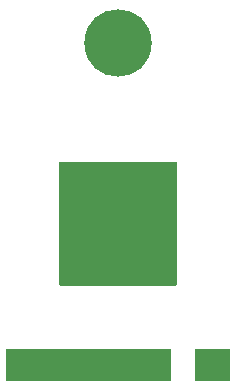
<source format=gbr>
%TF.GenerationSoftware,KiCad,Pcbnew,8.0.4*%
%TF.CreationDate,2024-09-25T00:08:57+05:30*%
%TF.ProjectId,NYSM.2_TMC2209_Stepper_driver,4e59534d-2e32-45f5-944d-43323230395f,rev?*%
%TF.SameCoordinates,Original*%
%TF.FileFunction,Soldermask,Top*%
%TF.FilePolarity,Negative*%
%FSLAX46Y46*%
G04 Gerber Fmt 4.6, Leading zero omitted, Abs format (unit mm)*
G04 Created by KiCad (PCBNEW 8.0.4) date 2024-09-25 00:08:57*
%MOMM*%
%LPD*%
G01*
G04 APERTURE LIST*
G04 Aperture macros list*
%AMRoundRect*
0 Rectangle with rounded corners*
0 $1 Rounding radius*
0 $2 $3 $4 $5 $6 $7 $8 $9 X,Y pos of 4 corners*
0 Add a 4 corners polygon primitive as box body*
4,1,4,$2,$3,$4,$5,$6,$7,$8,$9,$2,$3,0*
0 Add four circle primitives for the rounded corners*
1,1,$1+$1,$2,$3*
1,1,$1+$1,$4,$5*
1,1,$1+$1,$6,$7*
1,1,$1+$1,$8,$9*
0 Add four rect primitives between the rounded corners*
20,1,$1+$1,$2,$3,$4,$5,0*
20,1,$1+$1,$4,$5,$6,$7,0*
20,1,$1+$1,$6,$7,$8,$9,0*
20,1,$1+$1,$8,$9,$2,$3,0*%
G04 Aperture macros list end*
%ADD10C,5.703200*%
%ADD11RoundRect,0.101600X-0.175000X-1.250000X0.175000X-1.250000X0.175000X1.250000X-0.175000X1.250000X0*%
G04 APERTURE END LIST*
D10*
%TO.C,U2*%
X144780000Y-102400000D03*
D11*
X154030000Y-129650000D03*
X153530000Y-129650000D03*
X153030000Y-129650000D03*
X152530000Y-129650000D03*
X152030000Y-129650000D03*
X151530000Y-129650000D03*
X149030000Y-129650000D03*
X148530000Y-129650000D03*
X148030000Y-129650000D03*
X147530000Y-129650000D03*
X147030000Y-129650000D03*
X146530000Y-129650000D03*
X146030000Y-129650000D03*
X145530000Y-129650000D03*
X145030000Y-129650000D03*
X144530000Y-129650000D03*
X144030000Y-129650000D03*
X143530000Y-129650000D03*
X143030000Y-129650000D03*
X142530000Y-129650000D03*
X142030000Y-129650000D03*
X141530000Y-129650000D03*
X141030000Y-129650000D03*
X140530000Y-129650000D03*
X140030000Y-129650000D03*
X139530000Y-129650000D03*
X139030000Y-129650000D03*
X138530000Y-129650000D03*
X138030000Y-129650000D03*
X137530000Y-129650000D03*
X137030000Y-129650000D03*
X136530000Y-129650000D03*
X136030000Y-129650000D03*
X135530000Y-129650000D03*
%TD*%
G36*
X149734439Y-112468885D02*
G01*
X149780194Y-112521689D01*
X149791400Y-112573200D01*
X149791400Y-122825200D01*
X149771715Y-122892239D01*
X149718911Y-122937994D01*
X149667400Y-122949200D01*
X139915400Y-122949200D01*
X139848361Y-122929515D01*
X139802606Y-122876711D01*
X139791400Y-122825200D01*
X139791400Y-112573200D01*
X139811085Y-112506161D01*
X139863889Y-112460406D01*
X139915400Y-112449200D01*
X149667400Y-112449200D01*
X149734439Y-112468885D01*
G37*
M02*

</source>
